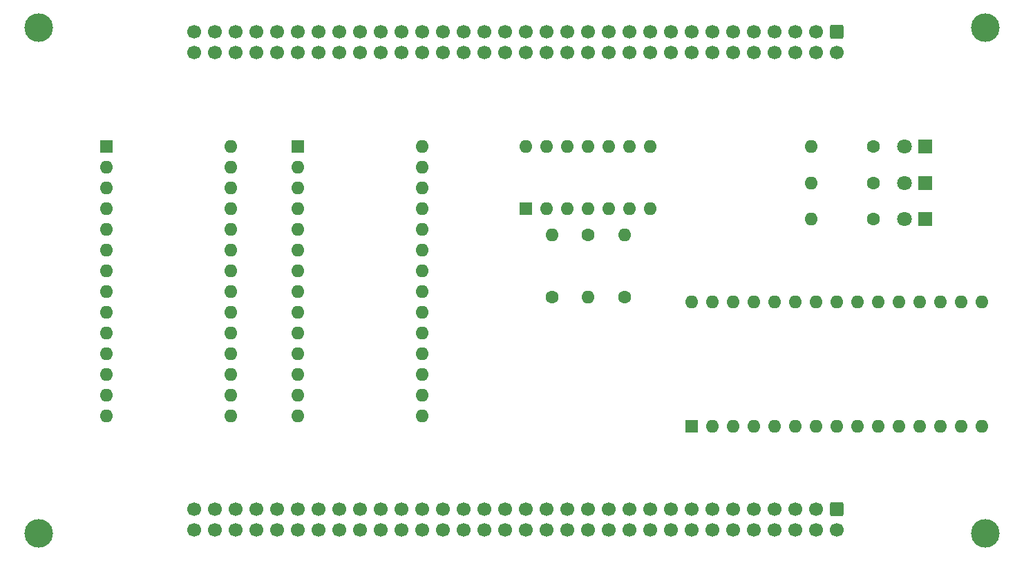
<source format=gbr>
%TF.GenerationSoftware,KiCad,Pcbnew,7.0.1*%
%TF.CreationDate,2023-09-10T23:04:22+01:00*%
%TF.ProjectId,Memory_board,4d656d6f-7279-45f6-926f-6172642e6b69,rev?*%
%TF.SameCoordinates,Original*%
%TF.FileFunction,Soldermask,Bot*%
%TF.FilePolarity,Negative*%
%FSLAX46Y46*%
G04 Gerber Fmt 4.6, Leading zero omitted, Abs format (unit mm)*
G04 Created by KiCad (PCBNEW 7.0.1) date 2023-09-10 23:04:22*
%MOMM*%
%LPD*%
G01*
G04 APERTURE LIST*
G04 Aperture macros list*
%AMRoundRect*
0 Rectangle with rounded corners*
0 $1 Rounding radius*
0 $2 $3 $4 $5 $6 $7 $8 $9 X,Y pos of 4 corners*
0 Add a 4 corners polygon primitive as box body*
4,1,4,$2,$3,$4,$5,$6,$7,$8,$9,$2,$3,0*
0 Add four circle primitives for the rounded corners*
1,1,$1+$1,$2,$3*
1,1,$1+$1,$4,$5*
1,1,$1+$1,$6,$7*
1,1,$1+$1,$8,$9*
0 Add four rect primitives between the rounded corners*
20,1,$1+$1,$2,$3,$4,$5,0*
20,1,$1+$1,$4,$5,$6,$7,0*
20,1,$1+$1,$6,$7,$8,$9,0*
20,1,$1+$1,$8,$9,$2,$3,0*%
G04 Aperture macros list end*
%ADD10C,1.600000*%
%ADD11O,1.600000X1.600000*%
%ADD12C,3.500000*%
%ADD13R,1.800000X1.800000*%
%ADD14C,1.800000*%
%ADD15R,1.600000X1.600000*%
%ADD16RoundRect,0.250000X-0.600000X0.600000X-0.600000X-0.600000X0.600000X-0.600000X0.600000X0.600000X0*%
%ADD17C,1.700000*%
G04 APERTURE END LIST*
D10*
%TO.C,R5*%
X229870000Y-80010000D03*
D11*
X229870000Y-72390000D03*
%TD*%
D12*
%TO.C,H1*%
X167000000Y-47000000D03*
%TD*%
D10*
%TO.C,R4*%
X269240000Y-70485000D03*
D11*
X261620000Y-70485000D03*
%TD*%
D13*
%TO.C,D2*%
X275590000Y-61595000D03*
D14*
X273050000Y-61595000D03*
%TD*%
D10*
%TO.C,R3*%
X269240000Y-61595000D03*
D11*
X261620000Y-61595000D03*
%TD*%
D12*
%TO.C,H4*%
X283000000Y-109000000D03*
%TD*%
D15*
%TO.C,U1*%
X198750000Y-61595000D03*
D11*
X198750000Y-64135000D03*
X198750000Y-66675000D03*
X198750000Y-69215000D03*
X198750000Y-71755000D03*
X198750000Y-74295000D03*
X198750000Y-76835000D03*
X198750000Y-79375000D03*
X198750000Y-81915000D03*
X198750000Y-84455000D03*
X198750000Y-86995000D03*
X198750000Y-89535000D03*
X198750000Y-92075000D03*
X198750000Y-94615000D03*
X213990000Y-94615000D03*
X213990000Y-92075000D03*
X213990000Y-89535000D03*
X213990000Y-86995000D03*
X213990000Y-84455000D03*
X213990000Y-81915000D03*
X213990000Y-79375000D03*
X213990000Y-76835000D03*
X213990000Y-74295000D03*
X213990000Y-71755000D03*
X213990000Y-69215000D03*
X213990000Y-66675000D03*
X213990000Y-64135000D03*
X213990000Y-61595000D03*
%TD*%
D15*
%TO.C,U3*%
X226690000Y-69205000D03*
D11*
X229230000Y-69205000D03*
X231770000Y-69205000D03*
X234310000Y-69205000D03*
X236850000Y-69205000D03*
X239390000Y-69205000D03*
X241930000Y-69205000D03*
X241930000Y-61585000D03*
X239390000Y-61585000D03*
X236850000Y-61585000D03*
X234310000Y-61585000D03*
X231770000Y-61585000D03*
X229230000Y-61585000D03*
X226690000Y-61585000D03*
%TD*%
D15*
%TO.C,U2*%
X175260000Y-61595000D03*
D11*
X175260000Y-64135000D03*
X175260000Y-66675000D03*
X175260000Y-69215000D03*
X175260000Y-71755000D03*
X175260000Y-74295000D03*
X175260000Y-76835000D03*
X175260000Y-79375000D03*
X175260000Y-81915000D03*
X175260000Y-84455000D03*
X175260000Y-86995000D03*
X175260000Y-89535000D03*
X175260000Y-92075000D03*
X175260000Y-94615000D03*
X190500000Y-94615000D03*
X190500000Y-92075000D03*
X190500000Y-89535000D03*
X190500000Y-86995000D03*
X190500000Y-84455000D03*
X190500000Y-81915000D03*
X190500000Y-79375000D03*
X190500000Y-76835000D03*
X190500000Y-74295000D03*
X190500000Y-71755000D03*
X190500000Y-69215000D03*
X190500000Y-66675000D03*
X190500000Y-64135000D03*
X190500000Y-61595000D03*
%TD*%
D10*
%TO.C,R1*%
X234315000Y-72390000D03*
D11*
X234315000Y-80010000D03*
%TD*%
D16*
%TO.C,J1*%
X264795000Y-47507500D03*
D17*
X264795000Y-50047500D03*
X262255000Y-47507500D03*
X262255000Y-50047500D03*
X259715000Y-47507500D03*
X259715000Y-50047500D03*
X257175000Y-47507500D03*
X257175000Y-50047500D03*
X254635000Y-47507500D03*
X254635000Y-50047500D03*
X252095000Y-47507500D03*
X252095000Y-50047500D03*
X249555000Y-47507500D03*
X249555000Y-50047500D03*
X247015000Y-47507500D03*
X247015000Y-50047500D03*
X244475000Y-47507500D03*
X244475000Y-50047500D03*
X241935000Y-47507500D03*
X241935000Y-50047500D03*
X239395000Y-47507500D03*
X239395000Y-50047500D03*
X236855000Y-47507500D03*
X236855000Y-50047500D03*
X234315000Y-47507500D03*
X234315000Y-50047500D03*
X231775000Y-47507500D03*
X231775000Y-50047500D03*
X229235000Y-47507500D03*
X229235000Y-50047500D03*
X226695000Y-47507500D03*
X226695000Y-50047500D03*
X224155000Y-47507500D03*
X224155000Y-50047500D03*
X221615000Y-47507500D03*
X221615000Y-50047500D03*
X219075000Y-47507500D03*
X219075000Y-50047500D03*
X216535000Y-47507500D03*
X216535000Y-50047500D03*
X213995000Y-47507500D03*
X213995000Y-50047500D03*
X211455000Y-47507500D03*
X211455000Y-50047500D03*
X208915000Y-47507500D03*
X208915000Y-50047500D03*
X206375000Y-47507500D03*
X206375000Y-50047500D03*
X203835000Y-47507500D03*
X203835000Y-50047500D03*
X201295000Y-47507500D03*
X201295000Y-50047500D03*
X198755000Y-47507500D03*
X198755000Y-50047500D03*
X196215000Y-47507500D03*
X196215000Y-50047500D03*
X193675000Y-47507500D03*
X193675000Y-50047500D03*
X191135000Y-47507500D03*
X191135000Y-50047500D03*
X188595000Y-47507500D03*
X188595000Y-50047500D03*
X186055000Y-47507500D03*
X186055000Y-50047500D03*
%TD*%
D13*
%TO.C,D3*%
X275595000Y-70485000D03*
D14*
X273055000Y-70485000D03*
%TD*%
D15*
%TO.C,A1*%
X247015000Y-95885000D03*
D11*
X249555000Y-95885000D03*
X252095000Y-95885000D03*
X254635000Y-95885000D03*
X257175000Y-95885000D03*
X259715000Y-95885000D03*
X262255000Y-95885000D03*
X264795000Y-95885000D03*
X267335000Y-95885000D03*
X269875000Y-95885000D03*
X272415000Y-95885000D03*
X274955000Y-95885000D03*
X277495000Y-95885000D03*
X280035000Y-95885000D03*
X282575000Y-95885000D03*
X282575000Y-80645000D03*
X280035000Y-80645000D03*
X277495000Y-80645000D03*
X274955000Y-80645000D03*
X272415000Y-80645000D03*
X269875000Y-80645000D03*
X267335000Y-80645000D03*
X264795000Y-80645000D03*
X262255000Y-80645000D03*
X259715000Y-80645000D03*
X257175000Y-80645000D03*
X254635000Y-80645000D03*
X252095000Y-80645000D03*
X249555000Y-80645000D03*
X247015000Y-80645000D03*
%TD*%
D12*
%TO.C,H3*%
X167000000Y-109000000D03*
%TD*%
%TO.C,H2*%
X283000000Y-47000000D03*
%TD*%
D10*
%TO.C,R2*%
X269240000Y-66040000D03*
D11*
X261620000Y-66040000D03*
%TD*%
D16*
%TO.C,J2*%
X264795000Y-106045000D03*
D17*
X264795000Y-108585000D03*
X262255000Y-106045000D03*
X262255000Y-108585000D03*
X259715000Y-106045000D03*
X259715000Y-108585000D03*
X257175000Y-106045000D03*
X257175000Y-108585000D03*
X254635000Y-106045000D03*
X254635000Y-108585000D03*
X252095000Y-106045000D03*
X252095000Y-108585000D03*
X249555000Y-106045000D03*
X249555000Y-108585000D03*
X247015000Y-106045000D03*
X247015000Y-108585000D03*
X244475000Y-106045000D03*
X244475000Y-108585000D03*
X241935000Y-106045000D03*
X241935000Y-108585000D03*
X239395000Y-106045000D03*
X239395000Y-108585000D03*
X236855000Y-106045000D03*
X236855000Y-108585000D03*
X234315000Y-106045000D03*
X234315000Y-108585000D03*
X231775000Y-106045000D03*
X231775000Y-108585000D03*
X229235000Y-106045000D03*
X229235000Y-108585000D03*
X226695000Y-106045000D03*
X226695000Y-108585000D03*
X224155000Y-106045000D03*
X224155000Y-108585000D03*
X221615000Y-106045000D03*
X221615000Y-108585000D03*
X219075000Y-106045000D03*
X219075000Y-108585000D03*
X216535000Y-106045000D03*
X216535000Y-108585000D03*
X213995000Y-106045000D03*
X213995000Y-108585000D03*
X211455000Y-106045000D03*
X211455000Y-108585000D03*
X208915000Y-106045000D03*
X208915000Y-108585000D03*
X206375000Y-106045000D03*
X206375000Y-108585000D03*
X203835000Y-106045000D03*
X203835000Y-108585000D03*
X201295000Y-106045000D03*
X201295000Y-108585000D03*
X198755000Y-106045000D03*
X198755000Y-108585000D03*
X196215000Y-106045000D03*
X196215000Y-108585000D03*
X193675000Y-106045000D03*
X193675000Y-108585000D03*
X191135000Y-106045000D03*
X191135000Y-108585000D03*
X188595000Y-106045000D03*
X188595000Y-108585000D03*
X186055000Y-106045000D03*
X186055000Y-108585000D03*
%TD*%
D13*
%TO.C,D1*%
X275595000Y-66040000D03*
D14*
X273055000Y-66040000D03*
%TD*%
D10*
%TO.C,R6*%
X238760000Y-80010000D03*
D11*
X238760000Y-72390000D03*
%TD*%
M02*

</source>
